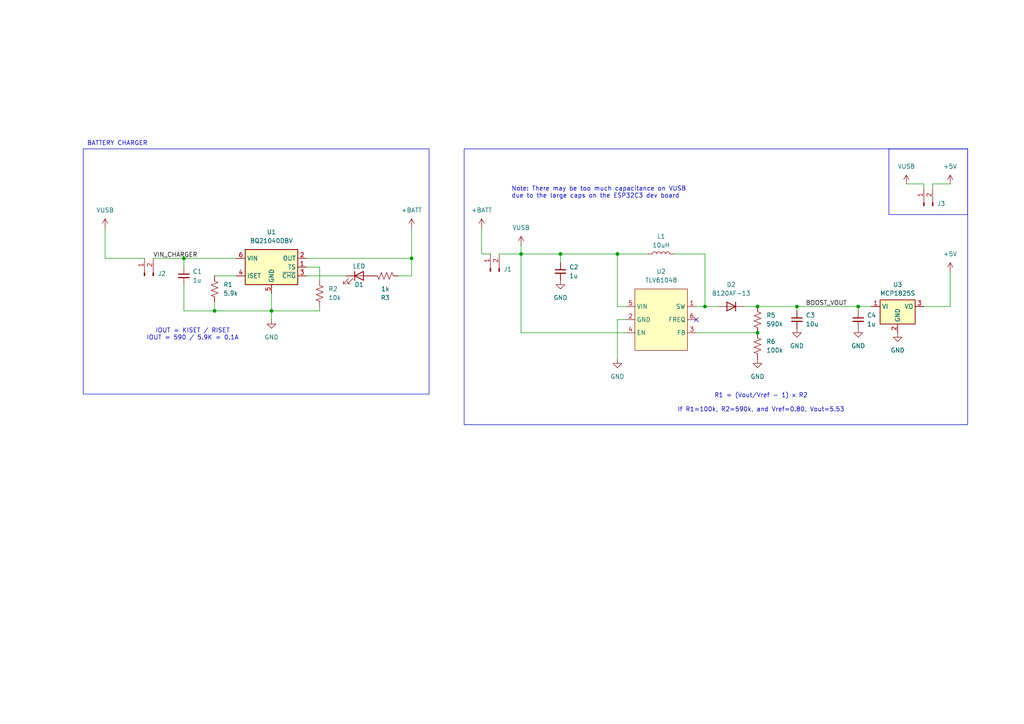
<source format=kicad_sch>
(kicad_sch (version 20231120) (generator "eeschema") (generator_version "8.0")
  (paper "A4")
  (lib_symbols
    (symbol "Battery_Management:BQ21040DBV"
      (property "Reference" "U" (at -7.62 6.35 0))
      (property "Value" "BQ21040DBV" (at 1.27 6.35 0))
      (symbol "BQ21040DBV_0_1"
        (rectangle (start -7.62 5.08) (end 7.62 -5.08) (stroke (width 0.254)) (fill (type background)))
      )
      (symbol "BQ21040DBV_1_1"
        (pin input line (at 10.16 0 180) (length 2.54) (name "TS") (number "1"))
        (pin power_out line (at 10.16 2.54 180) (length 2.54) (name "OUT") (number "2"))
        (pin open_collector line (at 10.16 -2.54 180) (length 2.54) (name "~{CHG}") (number "3"))
        (pin input line (at -10.16 -2.54 0) (length 2.54) (name "ISET") (number "4"))
        (pin power_in line (at 0 -7.62 90) (length 2.54) (name "GND") (number "5"))
        (pin power_in line (at -10.16 2.54 0) (length 2.54) (name "VIN") (number "6"))
      )
    )
    (symbol "Connector:Conn_01x02_Pin" (pin_names (offset 1.016) hide)
      (property "Reference" "J" (at 0 2.54 0))
      (property "Value" "Conn_01x02_Pin" (at 0 -5.08 0))
      (symbol "Conn_01x02_Pin_1_1"
        (polyline (pts (xy 1.27 -2.54) (xy 0.8636 -2.54)) (stroke (width 0.1524)))
        (polyline (pts (xy 1.27 0) (xy 0.8636 0)) (stroke (width 0.1524)))
        (rectangle (start 0.8636 -2.413) (end 0 -2.667) (stroke (width 0.1524)) (fill (type outline)))
        (rectangle (start 0.8636 0.127) (end 0 -0.127) (stroke (width 0.1524)) (fill (type outline)))
        (pin passive line (at 5.08 0 180) (length 3.81) (name "Pin_1") (number "1"))
        (pin passive line (at 5.08 -2.54 180) (length 3.81) (name "Pin_2") (number "2"))
      )
    )
    (symbol "Device:C_Small" (pin_numbers hide) (pin_names (offset 0.254) hide)
      (property "Reference" "C" (at 0.254 1.778 0))
      (property "Value" "C_Small" (at 0.254 -2.032 0))
      (symbol "C_Small_0_1"
        (polyline (pts (xy -1.524 -0.508) (xy 1.524 -0.508)) (stroke (width 0.3302)))
        (polyline (pts (xy -1.524 0.508) (xy 1.524 0.508)) (stroke (width 0.3048)))
      )
      (symbol "C_Small_1_1"
        (pin passive line (at 0 2.54 270) (length 2.032) (name "~") (number "1"))
        (pin passive line (at 0 -2.54 90) (length 2.032) (name "~") (number "2"))
      )
    )
    (symbol "Device:D" (pin_numbers hide) (pin_names (offset 1.016) hide)
      (property "Reference" "D" (at 0 2.54 0))
      (property "Value" "D" (at 0 -2.54 0))
      (symbol "D_0_1"
        (polyline (pts (xy -1.27 1.27) (xy -1.27 -1.27)) (stroke (width 0.254)))
        (polyline (pts (xy 1.27 0) (xy -1.27 0)))
        (polyline (pts (xy 1.27 1.27) (xy 1.27 -1.27) (xy -1.27 0) (xy 1.27 1.27)) (stroke (width 0.254)))
      )
      (symbol "D_1_1"
        (pin passive line (at -3.81 0 0) (length 2.54) (name "K") (number "1"))
        (pin passive line (at 3.81 0 180) (length 2.54) (name "A") (number "2"))
      )
    )
    (symbol "Device:L" (pin_numbers hide) (pin_names (offset 1.016) hide)
      (property "Reference" "L" (at -1.27 0 90))
      (property "Value" "L" (at 1.905 0 90))
      (symbol "L_0_1"
        (arc (start 0 -2.54) (mid 0.6323 -1.905) (end 0 -1.27))
        (arc (start 0 -1.27) (mid 0.6323 -0.635) (end 0 0))
        (arc (start 0 0) (mid 0.6323 0.635) (end 0 1.27))
        (arc (start 0 1.27) (mid 0.6323 1.905) (end 0 2.54))
      )
      (symbol "L_1_1"
        (pin passive line (at 0 3.81 270) (length 1.27) (name "1") (number "1"))
        (pin passive line (at 0 -3.81 90) (length 1.27) (name "2") (number "2"))
      )
    )
    (symbol "Device:LED" (pin_numbers hide) (pin_names (offset 1.016) hide)
      (property "Reference" "D" (at 0 2.54 0))
      (property "Value" "LED" (at 0 -2.54 0))
      (symbol "LED_0_1"
        (polyline (pts (xy -1.27 -1.27) (xy -1.27 1.27)) (stroke (width 0.254)))
        (polyline (pts (xy -1.27 0) (xy 1.27 0)))
        (polyline (pts (xy 1.27 -1.27) (xy 1.27 1.27) (xy -1.27 0) (xy 1.27 -1.27)) (stroke (width 0.254)))
        (polyline (pts (xy -3.048 -0.762) (xy -4.572 -2.286) (xy -3.81 -2.286) (xy -4.572 -2.286) (xy -4.572 -1.524)))
        (polyline (pts (xy -1.778 -0.762) (xy -3.302 -2.286) (xy -2.54 -2.286) (xy -3.302 -2.286) (xy -3.302 -1.524)))
      )
      (symbol "LED_1_1"
        (pin passive line (at -3.81 0 0) (length 2.54) (name "K") (number "1"))
        (pin passive line (at 3.81 0 180) (length 2.54) (name "A") (number "2"))
      )
    )
    (symbol "Device:R_US" (pin_numbers hide) (pin_names (offset 0))
      (property "Reference" "R" (at 2.54 0 90))
      (property "Value" "R_US" (at -2.54 0 90))
      (symbol "R_US_0_1"
        (polyline (pts (xy 0 -2.286) (xy 0 -2.54)))
        (polyline (pts (xy 0 2.286) (xy 0 2.54)))
        (polyline (pts (xy 0 -0.762) (xy 1.016 -1.143) (xy 0 -1.524) (xy -1.016 -1.905) (xy 0 -2.286)))
        (polyline (pts (xy 0 0.762) (xy 1.016 0.381) (xy 0 0) (xy -1.016 -0.381) (xy 0 -0.762)))
        (polyline (pts (xy 0 2.286) (xy 1.016 1.905) (xy 0 1.524) (xy -1.016 1.143) (xy 0 0.762)))
      )
      (symbol "R_US_1_1"
        (pin passive line (at 0 3.81 270) (length 1.27) (name "~") (number "1"))
        (pin passive line (at 0 -3.81 90) (length 1.27) (name "~") (number "2"))
      )
    )
    (symbol "Regulator_Linear:MCP1825S"
      (property "Reference" "U" (at -3.81 3.175 0))
      (property "Value" "MCP1825S" (at 0 3.175 0))
      (symbol "MCP1825S_0_1"
        (rectangle (start -5.08 1.905) (end 5.08 -5.08) (stroke (width 0.254)) (fill (type background)))
      )
      (symbol "MCP1825S_1_1"
        (pin power_in line (at -7.62 0 0) (length 2.54) (name "VI") (number "1"))
        (pin power_in line (at 0 -7.62 90) (length 2.54) (name "GND") (number "2"))
        (pin power_out line (at 7.62 0 180) (length 2.54) (name "VO") (number "3"))
      )
    )
    (symbol "SmartPaper:TLV61048"
      (property "Reference" "U" (at 0 0 0))
      (property "Value" "TLV61048" (at 0 0 0))
      (symbol "TLV61048_1_1"
        (rectangle (start -7.62 8.89) (end 7.62 -8.89) (fill (type background)))
        (pin power_out line (at 10.16 3.81 180) (length 2.54) (name "SW") (number "1"))
        (pin power_in line (at -10.16 0 0) (length 2.54) (name "GND") (number "2"))
        (pin input line (at 10.16 -3.81 180) (length 2.54) (name "FB") (number "3"))
        (pin input line (at -10.16 -3.81 0) (length 2.54) (name "EN") (number "4"))
        (pin power_in line (at -10.16 3.81 0) (length 2.54) (name "VIN") (number "5"))
        (pin input line (at 10.16 0 180) (length 2.54) (name "FREQ") (number "6"))
      )
    )
    (symbol "power:+5V" (power) (pin_numbers hide) (pin_names (offset 0) hide)
      (property "Value" "+5V" (at 0 3.556 0))
      (symbol "+5V_0_1"
        (polyline (pts (xy -0.762 1.27) (xy 0 2.54)))
        (polyline (pts (xy 0 0) (xy 0 2.54)))
        (polyline (pts (xy 0 2.54) (xy 0.762 1.27)))
      )
      (symbol "+5V_1_1"
        (pin power_in line (at 0 0 90) (length 0) (name "~") (number "1"))
      )
    )
    (symbol "power:+BATT" (power) (pin_numbers hide) (pin_names (offset 0) hide)
      (property "Value" "+BATT" (at 0 3.556 0))
      (symbol "+BATT_0_1"
        (polyline (pts (xy -0.762 1.27) (xy 0 2.54)))
        (polyline (pts (xy 0 0) (xy 0 2.54)))
        (polyline (pts (xy 0 2.54) (xy 0.762 1.27)))
      )
      (symbol "+BATT_1_1"
        (pin power_in line (at 0 0 90) (length 0) (name "~") (number "1"))
      )
    )
    (symbol "power:GND" (power) (pin_numbers hide) (pin_names (offset 0) hide)
      (property "Value" "GND" (at 0 -3.81 0))
      (symbol "GND_0_1"
        (polyline (pts (xy 0 0) (xy 0 -1.27) (xy 1.27 -1.27) (xy 0 -2.54) (xy -1.27 -1.27) (xy 0 -1.27)))
      )
      (symbol "GND_1_1"
        (pin power_in line (at 0 0 270) (length 0) (name "~") (number "1"))
      )
    )
  )
  (junction (at 162.56 73.66))
  (junction (at 151.13 73.66))
  (junction (at 78.74 90.17))
  (junction (at 179.07 73.66))
  (junction (at 204.47 88.9))
  (junction (at 53.34 74.93))
  (junction (at 62.23 90.17))
  (junction (at 248.92 88.9))
  (junction (at 119.38 74.93))
  (junction (at 231.14 88.9))
  (junction (at 219.71 88.9))
  (junction (at 219.71 96.52))
  (no_connect (at 201.93 92.71))
  (wire (pts (xy 204.47 88.9) (xy 208.28 88.9)))
  (wire (pts (xy 119.38 80.01) (xy 119.38 74.93)))
  (wire (pts (xy 215.9 88.9) (xy 219.71 88.9)))
  (wire (pts (xy 139.7 73.66) (xy 139.7 66.04)))
  (wire (pts (xy 181.61 88.9) (xy 179.07 88.9)))
  (wire (pts (xy 92.71 88.9) (xy 92.71 90.17)))
  (wire (pts (xy 53.34 90.17) (xy 62.23 90.17)))
  (wire (pts (xy 179.07 92.71) (xy 179.07 104.14)))
  (wire (pts (xy 162.56 73.66) (xy 162.56 76.2)))
  (wire (pts (xy 88.9 80.01) (xy 100.33 80.01)))
  (wire (pts (xy 248.92 90.17) (xy 248.92 88.9)))
  (wire (pts (xy 44.45 74.93) (xy 53.34 74.93)))
  (wire (pts (xy 204.47 73.66) (xy 204.47 88.9)))
  (wire (pts (xy 151.13 71.12) (xy 151.13 73.66)))
  (wire (pts (xy 195.58 73.66) (xy 204.47 73.66)))
  (wire (pts (xy 92.71 77.47) (xy 92.71 81.28)))
  (wire (pts (xy 275.59 78.74) (xy 275.59 88.9)))
  (wire (pts (xy 41.91 74.93) (xy 30.48 74.93)))
  (wire (pts (xy 201.93 96.52) (xy 219.71 96.52)))
  (wire (pts (xy 219.71 88.9) (xy 231.14 88.9)))
  (wire (pts (xy 62.23 87.63) (xy 62.23 90.17)))
  (wire (pts (xy 275.59 53.34) (xy 270.51 53.34)))
  (wire (pts (xy 119.38 74.93) (xy 88.9 74.93)))
  (wire (pts (xy 162.56 73.66) (xy 179.07 73.66)))
  (wire (pts (xy 248.92 88.9) (xy 252.73 88.9)))
  (wire (pts (xy 201.93 88.9) (xy 204.47 88.9)))
  (wire (pts (xy 151.13 73.66) (xy 162.56 73.66)))
  (wire (pts (xy 262.89 53.34) (xy 267.97 53.34)))
  (wire (pts (xy 181.61 92.71) (xy 179.07 92.71)))
  (wire (pts (xy 78.74 85.09) (xy 78.74 90.17)))
  (wire (pts (xy 53.34 77.47) (xy 53.34 74.93)))
  (wire (pts (xy 142.24 73.66) (xy 139.7 73.66)))
  (wire (pts (xy 53.34 82.55) (xy 53.34 90.17)))
  (wire (pts (xy 115.57 80.01) (xy 119.38 80.01)))
  (wire (pts (xy 231.14 90.17) (xy 231.14 88.9)))
  (wire (pts (xy 231.14 88.9) (xy 248.92 88.9)))
  (wire (pts (xy 151.13 96.52) (xy 181.61 96.52)))
  (wire (pts (xy 30.48 66.04) (xy 30.48 74.93)))
  (wire (pts (xy 267.97 53.34) (xy 267.97 54.61)))
  (wire (pts (xy 62.23 80.01) (xy 68.58 80.01)))
  (wire (pts (xy 270.51 53.34) (xy 270.51 54.61)))
  (wire (pts (xy 92.71 77.47) (xy 88.9 77.47)))
  (wire (pts (xy 179.07 88.9) (xy 179.07 73.66)))
  (wire (pts (xy 119.38 66.04) (xy 119.38 74.93)))
  (wire (pts (xy 92.71 90.17) (xy 78.74 90.17)))
  (wire (pts (xy 62.23 90.17) (xy 78.74 90.17)))
  (wire (pts (xy 179.07 73.66) (xy 187.96 73.66)))
  (wire (pts (xy 144.78 73.66) (xy 151.13 73.66)))
  (wire (pts (xy 275.59 88.9) (xy 267.97 88.9)))
  (wire (pts (xy 151.13 73.66) (xy 151.13 96.52)))
  (wire (pts (xy 78.74 90.17) (xy 78.74 92.71)))
  (wire (pts (xy 53.34 74.93) (xy 68.58 74.93)))
  (rectangle (start 257.81 43.18) (end 280.67 62.23))
  (rectangle (start 134.62 43.18) (end 280.67 123.19))
  (rectangle (start 24.13 43.18) (end 124.46 114.3))
  (text "BATTERY CHARGER" (at 34.036 41.656 0) (effects (font (size 1.27 1.27))))
  (text "R1 = (Vout/Vref - 1) x R2\n\nIf R1=100k, R2=590k, and Vref=0.80, Vout=5.53" (at 220.726 116.84 0) (effects (font (size 1.27 1.27))))
  (text "Note: There may be too much capacitance on VUSB \ndue to the large caps on the ESP32C3 dev board" (at 148.336 55.88 0) (effects (font (size 1.27 1.27)) (justify left)))
  (text "IOUT = KISET / RISET\nIOUT = 590 / 5.9K = 0.1A\n" (at 55.88 97.028 0) (effects (font (size 1.27 1.27))))
  (label "VIN_CHARGER" (at 44.45 74.93 0))
  (label "BOOST_VOUT" (at 233.68 88.9 0))
  (symbol (lib_id "power:GND") (at 162.56 81.28 0) (unit 1)
    (property "Reference" "#PWR02" (effects (hide yes)))
    (property "Value" "GND" (at 162.56 86.36 0))
    (property "Description" "Power symbol creates a global label with name \"GND\" , ground" (effects (hide yes)))
  )
  (symbol (lib_id "SmartPaper:TLV61048") (at 191.77 92.71 0) (unit 1)
    (property "Reference" "U2" (at 191.77 78.74 0))
    (property "Value" "TLV61048" (at 191.77 81.28 0))
    (property "Footprint" "Package_TO_SOT_SMD:SOT-23-6_Handsoldering" (effects (hide yes)))
    (property "Datasheet" "https://www.ti.com/lit/ds/symlink/tlv61048.pdf?HQS=dis-dk-null-digikeymode-dsf-pf-null-wwe&ts=1743281673327&ref_url=https%253A%252F%252Fwww.ti.com%252Fgeneral%252Fdocs%252Fsuppproductinfo.tsp%253FdistId%253D10%2526gotoUrl%253Dhttps%253A%252F%252Fwww.ti.com%252Flit%252Fgpn%252Ftlv61048" (effects (hide yes)))
  )
  (symbol (lib_id "Device:C_Small") (at 231.14 92.71 0) (unit 1)
    (property "Reference" "C3" (at 233.68 91.4462 0) (effects (justify left)))
    (property "Value" "10u" (at 233.68 93.9862 0) (effects (justify left)))
    (property "Footprint" "Capacitor_SMD:C_0805_2012Metric_Pad1.18x1.45mm_HandSolder" (effects (hide yes)))
    (property "Description" "Unpolarized capacitor, small symbol" (effects (hide yes)))
  )
  (symbol (lib_id "power:+BATT") (at 139.7 66.04 0) (unit 1)
    (property "Reference" "#PWR012" (effects (hide yes)))
    (property "Value" "+BATT" (at 139.7 60.96 0))
    (property "Description" "Power symbol creates a global label with name \"+BATT\"" (effects (hide yes)))
  )
  (symbol (lib_id "Connector:Conn_01x02_Pin") (at 142.24 78.74 90) (unit 1)
    (property "Reference" "J1" (at 146.05 78.1049 90) (effects (justify right)))
    (property "Value" "Conn_01x02_Pin" (effects (hide yes)))
    (property "Footprint" "Connector_PinHeader_1.00mm:PinHeader_1x02_P1.00mm_Vertical" (effects (hide yes)))
    (property "Description" "Generic connector, single row, 01x02, script generated" (effects (hide yes)))
  )
  (symbol (lib_id "Device:D") (at 212.09 88.9 0) (mirror y) (unit 1)
    (property "Reference" "D2" (at 212.09 82.55 0))
    (property "Value" "B120AF-13" (at 212.09 85.09 0))
    (property "Footprint" "Diode_SMD:D_SMA_Handsoldering" (effects (hide yes)))
    (property "Datasheet" "https://www.diodes.com/assets/Datasheets/B120AF-B140AF.pdf" (effects (hide yes)))
    (property "Description" "Diode" (effects (hide yes)))
    (property "Sim.Device" "D" (effects (hide yes)))
    (property "Sim.Pins" "1=K 2=A" (effects (hide yes)))
  )
  (symbol (lib_id "Battery_Management:BQ21040DBV") (at 78.74 77.47 0) (unit 1)
    (property "Reference" "U1" (at 78.74 67.31 0))
    (property "Value" "BQ21040DBV" (at 78.74 69.85 0))
    (property "Footprint" "Package_TO_SOT_SMD:SOT-23-6" (effects (hide yes)))
    (property "Datasheet" "https://www.ti.com/lit/ds/symlink/bq21040.pdf" (effects (hide yes)))
    (property "Description" "Single cell, 0.8A Li-Ion/Li-Po linear charge management controller, up to 30V input, 4.2V charge voltage, Open-Drain Status Output, Temperature sense input, SOT-23-6" (effects (hide yes)))
  )
  (symbol (lib_id "Device:C_Small") (at 248.92 92.71 0) (unit 1)
    (property "Reference" "C4" (at 251.46 91.4462 0) (effects (justify left)))
    (property "Value" "1u" (at 251.46 93.9862 0) (effects (justify left)))
    (property "Footprint" "Capacitor_SMD:C_0805_2012Metric_Pad1.18x1.45mm_HandSolder" (effects (hide yes)))
    (property "Description" "Unpolarized capacitor, small symbol" (effects (hide yes)))
  )
  (symbol (lib_id "Connector:Conn_01x02_Pin") (at 41.91 80.01 90) (unit 1)
    (property "Reference" "J2" (at 45.72 79.3749 90) (effects (justify right)))
    (property "Value" "Conn_01x02_Pin" (effects (hide yes)))
    (property "Footprint" "Connector_PinHeader_1.00mm:PinHeader_1x02_P1.00mm_Vertical" (effects (hide yes)))
    (property "Description" "Generic connector, single row, 01x02, script generated" (effects (hide yes)))
  )
  (symbol (lib_id "power:+BATT") (at 30.48 66.04 0) (unit 1)
    (property "Reference" "#PWR011" (effects (hide yes)))
    (property "Value" "VUSB" (at 30.48 60.96 0))
  )
  (symbol (lib_id "power:GND") (at 260.35 96.52 0) (unit 1)
    (property "Reference" "#PWR09" (effects (hide yes)))
    (property "Value" "GND" (at 260.35 101.6 0))
    (property "Description" "Power symbol creates a global label with name \"GND\" , ground" (effects (hide yes)))
  )
  (symbol (lib_id "Device:L") (at 191.77 73.66 90) (unit 1)
    (property "Reference" "L1" (at 191.77 68.58 90))
    (property "Value" "10uH" (at 191.77 71.12 90))
    (property "Footprint" "SmartPaper:SDES064T-100MS" (effects (hide yes)))
    (property "Datasheet" "https://www.digikey.com/en/products/detail/delta-electronics-cyntec/SDES064T-100MS/9761233" (effects (hide yes)))
    (property "Description" "Inductor" (effects (hide yes)))
  )
  (symbol (lib_id "power:+BATT") (at 262.89 53.34 0) (unit 1)
    (property "Reference" "#PWR013" (effects (hide yes)))
    (property "Value" "VUSB" (at 262.89 48.26 0))
  )
  (symbol (lib_id "Device:C_Small") (at 162.56 78.74 0) (unit 1)
    (property "Reference" "C2" (at 165.1 77.4762 0) (effects (justify left)))
    (property "Value" "1u" (at 165.1 80.0162 0) (effects (justify left)))
    (property "Footprint" "Capacitor_SMD:C_0805_2012Metric_Pad1.18x1.45mm_HandSolder" (effects (hide yes)))
    (property "Description" "Unpolarized capacitor, small symbol" (effects (hide yes)))
  )
  (symbol (lib_id "power:+5V") (at 275.59 78.74 0) (unit 1)
    (property "Reference" "#PWR010" (effects (hide yes)))
    (property "Value" "+5V" (at 275.59 73.66 0))
    (property "Description" "Power symbol creates a global label with name \"+5V\"" (effects (hide yes)))
  )
  (symbol (lib_id "power:+BATT") (at 151.13 71.12 0) (unit 1)
    (property "Reference" "#PWR07" (effects (hide yes)))
    (property "Value" "VUSB" (at 151.13 66.04 0))
  )
  (symbol (lib_id "Device:R_US") (at 62.23 83.82 0) (unit 1)
    (property "Reference" "R1" (at 64.77 82.5499 0) (effects (justify left)))
    (property "Value" "5.9k" (at 64.77 85.0899 0) (effects (justify left)))
    (property "Footprint" "Resistor_SMD:R_0805_2012Metric_Pad1.20x1.40mm_HandSolder" (effects (hide yes)))
    (property "Description" "Resistor, US symbol" (effects (hide yes)))
  )
  (symbol (lib_id "power:GND") (at 231.14 95.25 0) (unit 1)
    (property "Reference" "#PWR04" (effects (hide yes)))
    (property "Value" "GND" (at 231.14 100.33 0))
    (property "Description" "Power symbol creates a global label with name \"GND\" , ground" (effects (hide yes)))
  )
  (symbol (lib_id "Device:R_US") (at 219.71 92.71 0) (unit 1)
    (property "Reference" "R5" (at 222.25 91.4399 0) (effects (justify left)))
    (property "Value" "590k" (at 222.25 93.9799 0) (effects (justify left)))
    (property "Footprint" "Resistor_SMD:R_0805_2012Metric_Pad1.20x1.40mm_HandSolder" (effects (hide yes)))
    (property "Description" "Resistor, US symbol" (effects (hide yes)))
  )
  (symbol (lib_id "Connector:Conn_01x02_Pin") (at 267.97 59.69 90) (unit 1)
    (property "Reference" "J3" (at 271.78 59.0549 90) (effects (justify right)))
    (property "Value" "Conn_01x02_Pin" (effects (hide yes)))
    (property "Footprint" "Connector_PinHeader_1.00mm:PinHeader_1x02_P1.00mm_Vertical" (effects (hide yes)))
    (property "Description" "Generic connector, single row, 01x02, script generated" (effects (hide yes)))
  )
  (symbol (lib_id "Device:C_Small") (at 53.34 80.01 0) (unit 1)
    (property "Reference" "C1" (at 55.88 78.7462 0) (effects (justify left)))
    (property "Value" "1u" (at 55.88 81.2862 0) (effects (justify left)))
    (property "Footprint" "Capacitor_SMD:C_0805_2012Metric_Pad1.18x1.45mm_HandSolder" (effects (hide yes)))
    (property "Description" "Unpolarized capacitor, small symbol" (effects (hide yes)))
  )
  (symbol (lib_id "power:GND") (at 179.07 104.14 0) (unit 1)
    (property "Reference" "#PWR06" (effects (hide yes)))
    (property "Value" "GND" (at 179.07 109.22 0))
    (property "Description" "Power symbol creates a global label with name \"GND\" , ground" (effects (hide yes)))
  )
  (symbol (lib_id "Device:R_US") (at 111.76 80.01 270) (mirror x) (unit 1)
    (property "Reference" "R3" (at 111.76 86.36 90))
    (property "Value" "1k" (at 111.76 83.82 90))
    (property "Footprint" "Resistor_SMD:R_0805_2012Metric_Pad1.20x1.40mm_HandSolder" (effects (hide yes)))
    (property "Description" "Resistor, US symbol" (effects (hide yes)))
  )
  (symbol (lib_id "Device:R_US") (at 219.71 100.33 0) (unit 1)
    (property "Reference" "R6" (at 222.25 99.0599 0) (effects (justify left)))
    (property "Value" "100k" (at 222.25 101.5999 0) (effects (justify left)))
    (property "Footprint" "Resistor_SMD:R_0805_2012Metric_Pad1.20x1.40mm_HandSolder" (effects (hide yes)))
    (property "Description" "Resistor, US symbol" (effects (hide yes)))
  )
  (symbol (lib_id "power:+5V") (at 275.59 53.34 0) (unit 1)
    (property "Reference" "#PWR014" (effects (hide yes)))
    (property "Value" "+5V" (at 275.59 48.26 0))
    (property "Description" "Power symbol creates a global label with name \"+5V\"" (effects (hide yes)))
  )
  (symbol (lib_id "Regulator_Linear:MCP1825S") (at 260.35 88.9 0) (unit 1)
    (property "Reference" "U3" (at 260.35 82.55 0))
    (property "Value" "MCP1825S" (at 260.35 85.09 0))
    (property "Footprint" "Package_TO_SOT_SMD:SOT-223-3_TabPin2" (effects (hide yes)))
    (property "Datasheet" "http://ww1.microchip.com/downloads/en/devicedoc/22056b.pdf" (effects (hide yes)))
    (property "Description" "500mA, Low-Voltage, Low Quiescent Current LDO Regulator, SOT-223, TO-220, TO-263" (effects (hide yes)))
  )
  (symbol (lib_id "power:GND") (at 219.71 104.14 0) (unit 1)
    (property "Reference" "#PWR01" (effects (hide yes)))
    (property "Value" "GND" (at 219.71 109.22 0))
    (property "Description" "Power symbol creates a global label with name \"GND\" , ground" (effects (hide yes)))
  )
  (symbol (lib_id "power:+BATT") (at 119.38 66.04 0) (unit 1)
    (property "Reference" "#PWR05" (effects (hide yes)))
    (property "Value" "+BATT" (at 119.38 60.96 0))
    (property "Description" "Power symbol creates a global label with name \"+BATT\"" (effects (hide yes)))
  )
  (symbol (lib_id "Device:R_US") (at 92.71 85.09 0) (unit 1)
    (property "Reference" "R2" (at 95.25 83.8199 0) (effects (justify left)))
    (property "Value" "10k" (at 95.25 86.3599 0) (effects (justify left)))
    (property "Footprint" "Resistor_SMD:R_0805_2012Metric_Pad1.20x1.40mm_HandSolder" (effects (hide yes)))
    (property "Description" "Resistor, US symbol" (effects (hide yes)))
  )
  (symbol (lib_id "Device:LED") (at 104.14 80.01 0) (unit 1)
    (property "Reference" "D1" (at 104.14 82.55 0))
    (property "Value" "LED" (at 104.14 77.216 0))
    (property "Footprint" "LED_SMD:LED_0805_2012Metric_Pad1.15x1.40mm_HandSolder" (effects (hide yes)))
    (property "Description" "Light emitting diode" (effects (hide yes)))
  )
  (symbol (lib_id "power:GND") (at 248.92 95.25 0) (unit 1)
    (property "Reference" "#PWR08" (effects (hide yes)))
    (property "Value" "GND" (at 248.92 100.33 0))
    (property "Description" "Power symbol creates a global label with name \"GND\" , ground" (effects (hide yes)))
  )
  (symbol (lib_id "power:GND") (at 78.74 92.71 0) (unit 1)
    (property "Reference" "#PWR03" (effects (hide yes)))
    (property "Value" "GND" (at 78.74 97.79 0))
    (property "Description" "Power symbol creates a global label with name \"GND\" , ground" (effects (hide yes)))
  )
)
</source>
